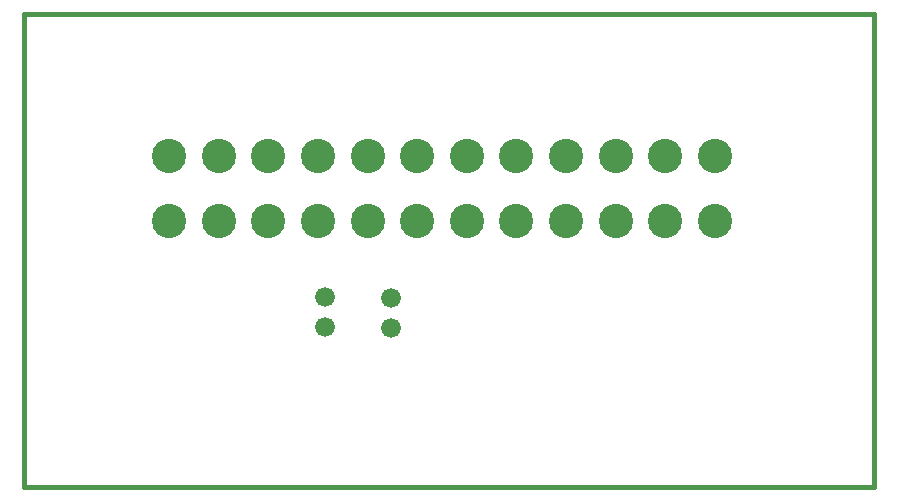
<source format=gtp>
G04 (created by PCBNEW-RS274X (2012-apr-16-27)-stable) date Fri 15 Nov 2013 10:07:24 GMT*
G01*
G70*
G90*
%MOIN*%
G04 Gerber Fmt 3.4, Leading zero omitted, Abs format*
%FSLAX34Y34*%
G04 APERTURE LIST*
%ADD10C,0.006000*%
%ADD11C,0.015000*%
%ADD12C,0.114100*%
%ADD13C,0.066000*%
G04 APERTURE END LIST*
G54D10*
G54D11*
X00394Y00748D02*
X28740Y00748D01*
X28347Y16496D02*
X28740Y16496D01*
X01181Y16496D02*
X00394Y16496D01*
X27953Y16496D02*
X28347Y16496D01*
X27953Y16496D02*
X27559Y16496D01*
X28740Y00749D02*
X28740Y16497D01*
X01181Y16496D02*
X27559Y16496D01*
X00394Y00747D02*
X00394Y16495D01*
G54D12*
X23434Y09602D03*
X21781Y09602D03*
X20127Y09602D03*
X18474Y09602D03*
X16820Y09602D03*
X15167Y09602D03*
X13514Y09602D03*
X11861Y09602D03*
X10207Y09602D03*
X08554Y09602D03*
X06900Y09602D03*
X05246Y09602D03*
X23434Y11767D03*
X21781Y11767D03*
X20127Y11767D03*
X18474Y11767D03*
X16820Y11767D03*
X15167Y11767D03*
X13514Y11767D03*
X11861Y11767D03*
X10207Y11767D03*
X08554Y11767D03*
X06900Y11767D03*
X05246Y11767D03*
G54D13*
X12638Y07035D03*
X12638Y06035D03*
X10433Y07074D03*
X10433Y06074D03*
M02*

</source>
